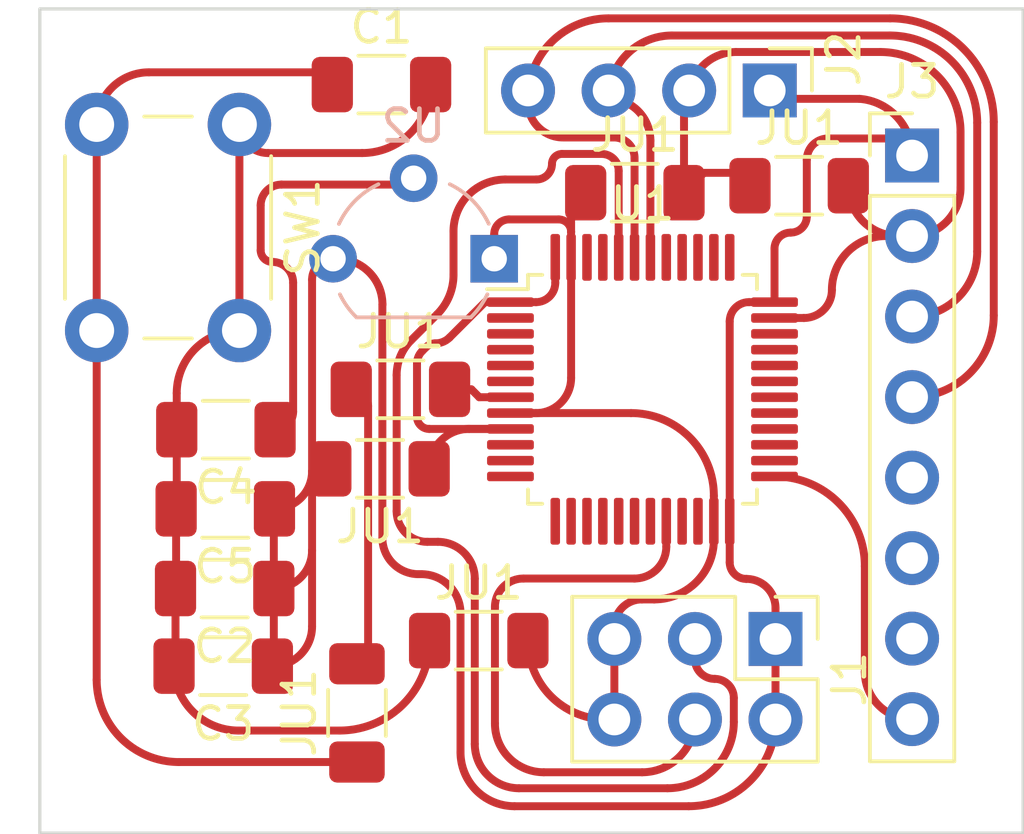
<source format=kicad_pcb>
(kicad_pcb (version 20211014) (generator pcbnew)
  (layers (0 "F.Cu" signal) (31 "B.Cu" signal) (34 "B.Paste" user) (35 "F.Paste" user) (36 "B.SilkS" user "B.Silkscreen") (37 "F.SilkS" user "F.Silkscreen") (38 "B.Mask" user) (39 "F.Mask" user) (44 "Edge.Cuts" user))
  (net 0 "")
  (net 1 "Net-(U1-Pad7)")
  (net 2 "GND")
  (net 3 "VCC")
  (net 4 "/USB_5v")
  (net 5 "/BOOT0")
  (net 6 "/BOOT1")
  (net 7 "/SCL")
  (net 8 "/SDA")
  (net 9 "/INT")
  (footprint "Resistor_SMD:R_1206_3216Metric_Pad1.30x1.75mm_HandSolder" (layer "F.Cu") (at 160.866504 65.273269 180)
    (fp_text reference "C4" (at 0 -1.82) (layer "F.SilkS"))
    (fp_text value "1uF")
    (fp_line (start -0.727064 -0.91) (end 0.727064 -0.91) (layer "F.SilkS") (width 0.12))
    (fp_line (start -0.727064 0.91) (end 0.727064 0.91) (layer "F.SilkS") (width 0.12))
    (pad "1" smd roundrect (at -1.55 0 180) (size 1.3 1.75) (layers "F.Cu" "F.Paste" "F.Mask") (roundrect_rratio 0.1923076923) (net 4 "/USB_5v"))
    (pad "2" smd roundrect (at 1.55 0 180) (size 1.3 1.75) (layers "F.Cu" "F.Paste" "F.Mask") (roundrect_rratio 0.1923076923) (net 2 "GND"))
  )
  (footprint "Connector_PinHeader_2.54mm:PinHeader_1x08_P2.54mm_Vertical" (layer "F.Cu") (at 182.5 56.625)
    (fp_text reference "J3" (at 0 -2.33) (layer "F.SilkS"))
    (fp_text value "Conn_01x08" hide)
    (fp_line (start -1.33 0) (end -1.33 -1.33) (layer "F.SilkS") (width 0.12))
    (fp_line (start -1.33 1.27) (end 1.33 1.27) (layer "F.SilkS") (width 0.12))
    (fp_line (start -1.33 -1.33) (end 0 -1.33) (layer "F.SilkS") (width 0.12))
    (fp_line (start -1.33 19.11) (end 1.33 19.11) (layer "F.SilkS") (width 0.12))
    (fp_line (start -1.33 1.27) (end -1.33 19.11) (layer "F.SilkS") (width 0.12))
    (fp_line (start 1.33 1.27) (end 1.33 19.11) (layer "F.SilkS") (width 0.12))
    (pad "1" thru_hole rect (at 0 0) (size 1.7 1.7) (drill 1) (layers *.Cu *.Mask) (net 3 "VCC"))
    (pad "2" thru_hole oval (at 0 2.54) (size 1.7 1.7) (drill 1) (layers *.Cu *.Mask) (net 2 "GND"))
    (pad "3" thru_hole oval (at 0 5.08) (size 1.7 1.7) (drill 1) (layers *.Cu *.Mask) (net 7 "/SCL"))
    (pad "4" thru_hole oval (at 0 7.62) (size 1.7 1.7) (drill 1) (layers *.Cu *.Mask) (net 8 "/SDA"))
    (pad "5" thru_hole oval (at 0 10.16) (size 1.7 1.7) (drill 1) (layers *.Cu *.Mask))
    (pad "6" thru_hole oval (at 0 12.7) (size 1.7 1.7) (drill 1) (layers *.Cu *.Mask))
    (pad "7" thru_hole oval (at 0 15.24) (size 1.7 1.7) (drill 1) (layers *.Cu *.Mask))
    (pad "8" thru_hole oval (at 0 17.78) (size 1.7 1.7) (drill 1) (layers *.Cu *.Mask) (net 9 "/INT"))
  )
  (footprint "Resistor_SMD:R_1206_3216Metric_Pad1.30x1.75mm_HandSolder" (layer "F.Cu") (at 173.759522 57.797612)
    (fp_text reference "JU1" (at 0 -1.82) (layer "F.SilkS"))
    (fp_text value "1uF" hide)
    (fp_line (start -0.727064 0.91) (end 0.727064 0.91) (layer "F.SilkS") (width 0.12))
    (fp_line (start -0.727064 -0.91) (end 0.727064 -0.91) (layer "F.SilkS") (width 0.12))
    (pad "1" smd roundrect (at -1.55 0) (size 1.3 1.75) (layers "F.Cu" "F.Paste" "F.Mask") (roundrect_rratio 0.1923076923) (net 2 "GND"))
    (pad "2" smd roundrect (at 1.55 0) (size 1.3 1.75) (layers "F.Cu" "F.Paste" "F.Mask") (roundrect_rratio 0.1923076923) (net 2 "GND"))
  )
  (footprint "Connector_PinHeader_2.54mm:PinHeader_1x04_P2.54mm_Vertical" (layer "F.Cu") (at 178.011938 54.572923 -90)
    (fp_text reference "J2" (at -1 -2.33 90) (layer "F.SilkS"))
    (fp_text value "Conn_01x04" hide)
    (fp_line (start -1.33 1.27) (end 1.33 1.27) (layer "F.SilkS") (width 0.12))
    (fp_line (start -1.33 8.95) (end 1.33 8.95) (layer "F.SilkS") (width 0.12))
    (fp_line (start -1.33 0) (end -1.33 -1.33) (layer "F.SilkS") (width 0.12))
    (fp_line (start 1.33 1.27) (end 1.33 8.95) (layer "F.SilkS") (width 0.12))
    (fp_line (start -1.33 -1.33) (end 0 -1.33) (layer "F.SilkS") (width 0.12))
    (fp_line (start -1.33 1.27) (end -1.33 8.95) (layer "F.SilkS") (width 0.12))
    (pad "1" thru_hole rect (at 0 0 270) (size 1.7 1.7) (drill 1) (layers *.Cu *.Mask) (net 3 "VCC"))
    (pad "2" thru_hole oval (at 0 2.54 270) (size 1.7 1.7) (drill 1) (layers *.Cu *.Mask) (net 2 "GND"))
    (pad "3" thru_hole oval (at 0 5.08 270) (size 1.7 1.7) (drill 1) (layers *.Cu *.Mask) (net 7 "/SCL"))
    (pad "4" thru_hole oval (at 0 7.62 270) (size 1.7 1.7) (drill 1) (layers *.Cu *.Mask) (net 8 "/SDA"))
  )
  (footprint "Resistor_SMD:R_1206_3216Metric_Pad1.30x1.75mm_HandSolder" (layer "F.Cu") (at 166.368417 64)
    (fp_text reference "JU1" (at 0 -1.82) (layer "F.SilkS"))
    (fp_text value "1uF" hide)
    (fp_line (start -0.727064 -0.91) (end 0.727064 -0.91) (layer "F.SilkS") (width 0.12))
    (fp_line (start -0.727064 0.91) (end 0.727064 0.91) (layer "F.SilkS") (width 0.12))
    (pad "1" smd roundrect (at -1.55 0) (size 1.3 1.75) (layers "F.Cu" "F.Paste" "F.Mask") (roundrect_rratio 0.1923076923) (net 1 "Net-(U1-Pad7)"))
    (pad "2" smd roundrect (at 1.55 0) (size 1.3 1.75) (layers "F.Cu" "F.Paste" "F.Mask") (roundrect_rratio 0.1923076923) (net 1 "Net-(U1-Pad7)"))
  )
  (footprint "Resistor_SMD:R_1206_3216Metric_Pad1.30x1.75mm_HandSolder" (layer "F.Cu") (at 160.82728 70.284872 180)
    (fp_text reference "C2" (at 0 -1.82) (layer "F.SilkS"))
    (fp_text value "1uF")
    (fp_line (start -0.727064 -0.91) (end 0.727064 -0.91) (layer "F.SilkS") (width 0.12))
    (fp_line (start -0.727064 0.91) (end 0.727064 0.91) (layer "F.SilkS") (width 0.12))
    (pad "1" smd roundrect (at -1.55 0 180) (size 1.3 1.75) (layers "F.Cu" "F.Paste" "F.Mask") (roundrect_rratio 0.1923076923) (net 3 "VCC"))
    (pad "2" smd roundrect (at 1.55 0 180) (size 1.3 1.75) (layers "F.Cu" "F.Paste" "F.Mask") (roundrect_rratio 0.1923076923) (net 2 "GND"))
  )
  (footprint "Resistor_SMD:R_1206_3216Metric_Pad1.30x1.75mm_HandSolder" (layer "F.Cu") (at 168.838027 71.927128)
    (fp_text reference "JU1" (at 0 -1.82) (layer "F.SilkS"))
    (fp_text value "1uF" hide)
    (fp_line (start -0.727064 0.91) (end 0.727064 0.91) (layer "F.SilkS") (width 0.12))
    (fp_line (start -0.727064 -0.91) (end 0.727064 -0.91) (layer "F.SilkS") (width 0.12))
    (pad "1" smd roundrect (at -1.55 0) (size 1.3 1.75) (layers "F.Cu" "F.Paste" "F.Mask") (roundrect_rratio 0.1923076923) (net 2 "GND"))
    (pad "2" smd roundrect (at 1.55 0) (size 1.3 1.75) (layers "F.Cu" "F.Paste" "F.Mask") (roundrect_rratio 0.1923076923) (net 2 "GND"))
  )
  (footprint "Resistor_SMD:R_1206_3216Metric_Pad1.30x1.75mm_HandSolder" (layer "F.Cu") (at 164.998232 74.208103 90)
    (fp_text reference "JU1" (at 0 -1.82 90) (layer "F.SilkS"))
    (fp_text value "1uF" hide)
    (fp_line (start -0.727064 0.91) (end 0.727064 0.91) (layer "F.SilkS") (width 0.12))
    (fp_line (start -0.727064 -0.91) (end 0.727064 -0.91) (layer "F.SilkS") (width 0.12))
    (pad "1" smd roundrect (at -1.55 0 90) (size 1.3 1.75) (layers "F.Cu" "F.Paste" "F.Mask") (roundrect_rratio 0.1923076923) (net 1 "Net-(U1-Pad7)"))
    (pad "2" smd roundrect (at 1.55 0 90) (size 1.3 1.75) (layers "F.Cu" "F.Paste" "F.Mask") (roundrect_rratio 0.1923076923) (net 1 "Net-(U1-Pad7)"))
  )
  (footprint "Package_QFP:LQFP-48_7x7mm_P0.5mm" (layer "F.Cu") (at 174 64)
    (fp_text reference "U1" (at 0 -5.85) (layer "F.SilkS"))
    (fp_text value "STM32F103C8Tx")
    (fp_line (start 3.16 3.61) (end 3.61 3.61) (layer "F.SilkS") (width 0.12))
    (fp_line (start 3.16 -3.61) (end 3.61 -3.61) (layer "F.SilkS") (width 0.12))
    (fp_line (start 3.61 3.61) (end 3.61 3.16) (layer "F.SilkS") (width 0.12))
    (fp_line (start -3.16 -3.61) (end -3.61 -3.61) (layer "F.SilkS") (width 0.12))
    (fp_line (start -3.61 -3.16) (end -4.9 -3.16) (layer "F.SilkS") (width 0.12))
    (fp_line (start 3.61 -3.61) (end 3.61 -3.16) (layer "F.SilkS") (width 0.12))
    (fp_line (start -3.16 3.61) (end -3.61 3.61) (layer "F.SilkS") (width 0.12))
    (fp_line (start -3.61 3.61) (end -3.61 3.16) (layer "F.SilkS") (width 0.12))
    (fp_line (start -3.61 -3.61) (end -3.61 -3.16) (layer "F.SilkS") (width 0.12))
    (pad "1" smd roundrect (at -4.1625 -2.75) (size 1.475 0.3) (layers "F.Cu" "F.Paste" "F.Mask") (net 3 "VCC"))
    (pad "2" smd roundrect (at -4.1625 -2.25) (size 1.475 0.3) (layers "F.Cu" "F.Paste" "F.Mask"))
    (pad "3" smd roundrect (at -4.1625 -1.75) (size 1.475 0.3) (layers "F.Cu" "F.Paste" "F.Mask"))
    (pad "4" smd roundrect (at -4.1625 -1.25) (size 1.475 0.3) (layers "F.Cu" "F.Paste" "F.Mask"))
    (pad "5" smd roundrect (at -4.1625 -0.75) (size 1.475 0.3) (layers "F.Cu" "F.Paste" "F.Mask"))
    (pad "6" smd roundrect (at -4.1625 -0.25) (size 1.475 0.3) (layers "F.Cu" "F.Paste" "F.Mask"))
    (pad "7" smd roundrect (at -4.1625 0.25) (size 1.475 0.3) (layers "F.Cu" "F.Paste" "F.Mask") (net 1 "Net-(U1-Pad7)"))
    (pad "8" smd roundrect (at -4.1625 0.75) (size 1.475 0.3) (layers "F.Cu" "F.Paste" "F.Mask") (net 2 "GND"))
    (pad "9" smd roundrect (at -4.1625 1.25) (size 1.475 0.3) (layers "F.Cu" "F.Paste" "F.Mask") (net 3 "VCC"))
    (pad "10" smd roundrect (at -4.1625 1.75) (size 1.475 0.3) (layers "F.Cu" "F.Paste" "F.Mask"))
    (pad "11" smd roundrect (at -4.1625 2.25) (size 1.475 0.3) (layers "F.Cu" "F.Paste" "F.Mask"))
    (pad "12" smd roundrect (at -4.1625 2.75) (size 1.475 0.3) (layers "F.Cu" "F.Paste" "F.Mask"))
    (pad "13" smd roundrect (at -2.75 4.1625) (size 0.3 1.475) (layers "F.Cu" "F.Paste" "F.Mask"))
    (pad "14" smd roundrect (at -2.25 4.1625) (size 0.3 1.475) (layers "F.Cu" "F.Paste" "F.Mask"))
    (pad "15" smd roundrect (at -1.75 4.1625) (size 0.3 1.475) (layers "F.Cu" "F.Paste" "F.Mask"))
    (pad "16" smd roundrect (at -1.25 4.1625) (size 0.3 1.475) (layers "F.Cu" "F.Paste" "F.Mask"))
    (pad "17" smd roundrect (at -0.75 4.1625) (size 0.3 1.475) (layers "F.Cu" "F.Paste" "F.Mask"))
    (pad "18" smd roundrect (at -0.25 4.1625) (size 0.3 1.475) (layers "F.Cu" "F.Paste" "F.Mask"))
    (pad "19" smd roundrect (at 0.25 4.1625) (size 0.3 1.475) (layers "F.Cu" "F.Paste" "F.Mask"))
    (pad "20" smd roundrect (at 0.75 4.1625) (size 0.3 1.475) (layers "F.Cu" "F.Paste" "F.Mask") (net 6 "/BOOT1"))
    (pad "21" smd roundrect (at 1.25 4.1625) (size 0.3 1.475) (layers "F.Cu" "F.Paste" "F.Mask"))
    (pad "22" smd roundrect (at 1.75 4.1625) (size 0.3 1.475) (layers "F.Cu" "F.Paste" "F.Mask"))
    (pad "23" smd roundrect (at 2.25 4.1625) (size 0.3 1.475) (layers "F.Cu" "F.Paste" "F.Mask") (net 2 "GND"))
    (pad "24" smd roundrect (at 2.75 4.1625) (size 0.3 1.475) (layers "F.Cu" "F.Paste" "F.Mask") (net 3 "VCC"))
    (pad "25" smd roundrect (at 4.1625 2.75) (size 1.475 0.3) (layers "F.Cu" "F.Paste" "F.Mask") (net 9 "/INT"))
    (pad "26" smd roundrect (at 4.1625 2.25) (size 1.475 0.3) (layers "F.Cu" "F.Paste" "F.Mask"))
    (pad "27" smd roundrect (at 4.1625 1.75) (size 1.475 0.3) (layers "F.Cu" "F.Paste" "F.Mask"))
    (pad "28" smd roundrect (at 4.1625 1.25) (size 1.475 0.3) (layers "F.Cu" "F.Paste" "F.Mask"))
    (pad "29" smd roundrect (at 4.1625 0.75) (size 1.475 0.3) (layers "F.Cu" "F.Paste" "F.Mask"))
    (pad "30" smd roundrect (at 4.1625 0.25) (size 1.475 0.3) (layers "F.Cu" "F.Paste" "F.Mask"))
    (pad "31" smd roundrect (at 4.1625 -0.25) (size 1.475 0.3) (layers "F.Cu" "F.Paste" "F.Mask"))
    (pad "32" smd roundrect (at 4.1625 -0.75) (size 1.475 0.3) (layers "F.Cu" "F.Paste" "F.Mask"))
    (pad "33" smd roundrect (at 4.1625 -1.25) (size 1.475 0.3) (layers "F.Cu" "F.Paste" "F.Mask"))
    (pad "34" smd roundrect (at 4.1625 -1.75) (size 1.475 0.3) (layers "F.Cu" "F.Paste" "F.Mask"))
    (pad "35" smd roundrect (at 4.1625 -2.25) (size 1.475 0.3) (layers "F.Cu" "F.Paste" "F.Mask") (net 2 "GND"))
    (pad "36" smd roundrect (at 4.1625 -2.75) (size 1.475 0.3) (layers "F.Cu" "F.Paste" "F.Mask") (net 3 "VCC"))
    (pad "37" smd roundrect (at 2.75 -4.1625) (size 0.3 1.475) (layers "F.Cu" "F.Paste" "F.Mask"))
    (pad "38" smd roundrect (at 2.25 -4.1625) (size 0.3 1.475) (layers "F.Cu" "F.Paste" "F.Mask"))
    (pad "39" smd roundrect (at 1.75 -4.1625) (size 0.3 1.475) (layers "F.Cu" "F.Paste" "F.Mask"))
    (pad "40" smd roundrect (at 1.25 -4.1625) (size 0.3 1.475) (layers "F.Cu" "F.Paste" "F.Mask"))
    (pad "41" smd roundrect (at 0.75 -4.1625) (size 0.3 1.475) (layers "F.Cu" "F.Paste" "F.Mask"))
    (pad "42" smd roundrect (at 0.25 -4.1625) (size 0.3 1.475) (layers "F.Cu" "F.Paste" "F.Mask") (net 7 "/SCL"))
    (pad "43" smd roundrect (at -0.25 -4.1625) (size 0.3 1.475) (layers "F.Cu" "F.Paste" "F.Mask") (net 8 "/SDA"))
    (pad "44" smd roundrect (at -0.75 -4.1625) (size 0.3 1.475) (layers "F.Cu" "F.Paste" "F.Mask") (net 5 "/BOOT0"))
    (pad "45" smd roundrect (at -1.25 -4.1625) (size 0.3 1.475) (layers "F.Cu" "F.Paste" "F.Mask"))
    (pad "46" smd roundrect (at -1.75 -4.1625) (size 0.3 1.475) (layers "F.Cu" "F.Paste" "F.Mask"))
    (pad "47" smd roundrect (at -2.25 -4.1625) (size 0.3 1.475) (layers "F.Cu" "F.Paste" "F.Mask") (net 2 "GND"))
    (pad "48" smd roundrect (at -2.75 -4.1625) (size 0.3 1.475) (layers "F.Cu" "F.Paste" "F.Mask") (net 3 "VCC"))
  )
  (footprint "Connector_PinHeader_2.54mm:PinHeader_2x03_P2.54mm_Vertical" (layer "F.Cu") (at 178.193548 71.875408 -90)
    (fp_text reference "J1" (at 1.27 -2.33 90) (layer "F.SilkS"))
    (fp_text value "2x3_Header")
    (fp_line (start -1.33 -1.33) (end 0 -1.33) (layer "F.SilkS") (width 0.12))
    (fp_line (start 1.27 -1.33) (end 3.87 -1.33) (layer "F.SilkS") (width 0.12))
    (fp_line (start 3.87 -1.33) (end 3.87 6.41) (layer "F.SilkS") (width 0.12))
    (fp_line (start 1.27 1.27) (end 1.27 -1.33) (layer "F.SilkS") (width 0.12))
    (fp_line (start -1.33 0) (end -1.33 -1.33) (layer "F.SilkS") (width 0.12))
    (fp_line (start -1.33 1.27) (end -1.33 6.41) (layer "F.SilkS") (width 0.12))
    (fp_line (start -1.33 1.27) (end 1.27 1.27) (layer "F.SilkS") (width 0.12))
    (fp_line (start -1.33 6.41) (end 3.87 6.41) (layer "F.SilkS") (width 0.12))
    (pad "1" thru_hole rect (at 0 0 270) (size 1.7 1.7) (drill 1) (layers *.Cu *.Mask) (net 3 "VCC"))
    (pad "2" thru_hole oval (at 2.54 0 270) (size 1.7 1.7) (drill 1) (layers *.Cu *.Mask) (net 3 "VCC"))
    (pad "3" thru_hole oval (at 0 2.54 270) (size 1.7 1.7) (drill 1) (layers *.Cu *.Mask) (net 5 "/BOOT0"))
    (pad "4" thru_hole oval (at 2.54 2.54 270) (size 1.7 1.7) (drill 1) (layers *.Cu *.Mask) (net 6 "/BOOT1"))
    (pad "5" thru_hole oval (at 0 5.08 270) (size 1.7 1.7) (drill 1) (layers *.Cu *.Mask) (net 2 "GND"))
    (pad "6" thru_hole oval (at 2.54 5.08 270) (size 1.7 1.7) (drill 1) (layers *.Cu *.Mask) (net 2 "GND"))
  )
  (footprint "Resistor_SMD:R_1206_3216Metric_Pad1.30x1.75mm_HandSolder" (layer "F.Cu") (at 160.781384 72.733371 180)
    (fp_text reference "C3" (at 0 -1.82) (layer "F.SilkS"))
    (fp_text value "0.1uF")
    (fp_line (start -0.727064 0.91) (end 0.727064 0.91) (layer "F.SilkS") (width 0.12))
    (fp_line (start -0.727064 -0.91) (end 0.727064 -0.91) (layer "F.SilkS") (width 0.12))
    (pad "1" smd roundrect (at -1.55 0 180) (size 1.3 1.75) (layers "F.Cu" "F.Paste" "F.Mask") (roundrect_rratio 0.1923076923) (net 3 "VCC"))
    (pad "2" smd roundrect (at 1.55 0 180) (size 1.3 1.75) (layers "F.Cu" "F.Paste" "F.Mask") (roundrect_rratio 0.1923076923) (net 2 "GND"))
  )
  (footprint "Button_Switch_THT:SW_PUSH_6mm_H4.3mm" (layer "F.Cu") (at 161.292766 55.646223 -90)
    (fp_text reference "SW1" (at 3.25 -2 90) (layer "F.SilkS"))
    (fp_text value "sw")
    (fp_line (start 5.5 -1) (end 1 -1) (layer "F.SilkS") (width 0.12))
    (fp_line (start 1 5.5) (end 5.5 5.5) (layer "F.SilkS") (width 0.12))
    (fp_line (start 6.75 3) (end 6.75 1.5) (layer "F.SilkS") (width 0.12))
    (fp_line (start -0.25 1.5) (end -0.25 3) (layer "F.SilkS") (width 0.12))
    (pad "1" thru_hole circle (at 6.5 0) (size 2 2) (drill 1.1) (layers *.Cu *.Mask) (net 2 "GND"))
    (pad "1" thru_hole circle (at 0 0) (size 2 2) (drill 1.1) (layers *.Cu *.Mask) (net 2 "GND"))
    (pad "2" thru_hole circle (at 0 4.5) (size 2 2) (drill 1.1) (layers *.Cu *.Mask) (net 1 "Net-(U1-Pad7)"))
    (pad "2" thru_hole circle (at 6.5 4.5) (size 2 2) (drill 1.1) (layers *.Cu *.Mask) (net 1 "Net-(U1-Pad7)"))
  )
  (footprint "Resistor_SMD:R_1206_3216Metric_Pad1.30x1.75mm_HandSolder" (layer "F.Cu") (at 165.72474 66.508114 180)
    (fp_text reference "JU1" (at 0 -1.82) (layer "F.SilkS"))
    (fp_text value "1uF" hide)
    (fp_line (start -0.727064 0.91) (end 0.727064 0.91) (layer "F.SilkS") (width 0.12))
    (fp_line (start -0.727064 -0.91) (end 0.727064 -0.91) (layer "F.SilkS") (width 0.12))
    (pad "1" smd roundrect (at -1.55 0 180) (size 1.3 1.75) (layers "F.Cu" "F.Paste" "F.Mask") (roundrect_rratio 0.1923076923) (net 3 "VCC"))
    (pad "2" smd roundrect (at 1.55 0 180) (size 1.3 1.75) (layers "F.Cu" "F.Paste" "F.Mask") (roundrect_rratio 0.1923076923) (net 3 "VCC"))
  )
  (footprint "Resistor_SMD:R_1206_3216Metric_Pad1.30x1.75mm_HandSolder" (layer "F.Cu") (at 160.846968 67.770789 180)
    (fp_text reference "C5" (at 0 -1.82) (layer "F.SilkS"))
    (fp_text value "1uF")
    (fp_line (start -0.727064 0.91) (end 0.727064 0.91) (layer "F.SilkS") (width 0.12))
    (fp_line (start -0.727064 -0.91) (end 0.727064 -0.91) (layer "F.SilkS") (width 0.12))
    (pad "1" smd roundrect (at -1.55 0 180) (size 1.3 1.75) (layers "F.Cu" "F.Paste" "F.Mask") (roundrect_rratio 0.1923076923) (net 3 "VCC"))
    (pad "2" smd roundrect (at 1.55 0 180) (size 1.3 1.75) (layers "F.Cu" "F.Paste" "F.Mask") (roundrect_rratio 0.1923076923) (net 2 "GND"))
  )
  (footprint "Resistor_SMD:R_1206_3216Metric_Pad1.30x1.75mm_HandSolder" (layer "F.Cu") (at 165.770789 54.387203)
    (fp_text reference "C1" (at 0 -1.82) (layer "F.SilkS"))
    (fp_text value "0.1uF")
    (fp_line (start -0.727064 0.91) (end 0.727064 0.91) (layer "F.SilkS") (width 0.12))
    (fp_line (start -0.727064 -0.91) (end 0.727064 -0.91) (layer "F.SilkS") (width 0.12))
    (pad "1" smd roundrect (at -1.55 0) (size 1.3 1.75) (layers "F.Cu" "F.Paste" "F.Mask") (roundrect_rratio 0.1923076923) (net 1 "Net-(U1-Pad7)"))
    (pad "2" smd roundrect (at 1.55 0) (size 1.3 1.75) (layers "F.Cu" "F.Paste" "F.Mask") (roundrect_rratio 0.1923076923) (net 2 "GND"))
  )
  (footprint "Resistor_SMD:R_1206_3216Metric_Pad1.30x1.75mm_HandSolder" (layer "F.Cu") (at 178.93899 57.577938)
    (fp_text reference "JU1" (at 0 -1.82) (layer "F.SilkS"))
    (fp_text value "1uF" hide)
    (fp_line (start -0.727064 0.91) (end 0.727064 0.91) (layer "F.SilkS") (width 0.12))
    (fp_line (start -0.727064 -0.91) (end 0.727064 -0.91) (layer "F.SilkS") (width 0.12))
    (pad "1" smd roundrect (at -1.55 0) (size 1.3 1.75) (layers "F.Cu" "F.Paste" "F.Mask") (roundrect_rratio 0.1923076923) (net 2 "GND"))
    (pad "2" smd roundrect (at 1.55 0) (size 1.3 1.75) (layers "F.Cu" "F.Paste" "F.Mask") (roundrect_rratio 0.1923076923) (net 2 "GND"))
  )
  (footprint "Package_TO_SOT_THT:TO-92_Wide" (layer "B.Cu") (at 169.325363 59.881297 180)
    (fp_text reference "U2" (at 2.55 4.19) (layer "B.SilkS") (effects (justify mirror)))
    (fp_text value "MCP1700-3302E_TO92")
    (fp_line (start 0.74 -1.85) (end 4.34 -1.85) (layer "B.SilkS") (width 0.12))
    (fp_arc (start 0.215816 -1.122795) (mid 0.446097 -1.509328) (end 0.74 -1.85) (layer "B.SilkS") (width 0.12))
    (fp_arc (start 4.895458 1.098371) (mid 4.38228 1.833196) (end 3.65 2.35) (layer "B.SilkS") (width 0.12))
    (fp_arc (start 1.4 2.35) (mid 0.678995 1.832692) (end 0.172801 1.103842) (layer "B.SilkS") (width 0.12))
    (fp_arc (start 4.34 -1.85) (mid 4.633903 -1.509328) (end 4.864184 -1.122795) (layer "B.SilkS") (width 0.12))
    (pad "1" thru_hole rect (at 0 0 180) (size 1.5 1.5) (drill 0.8) (layers *.Cu *.Mask) (net 2 "GND"))
    (pad "2" thru_hole circle (at 2.54 2.54 180) (size 1.5 1.5) (drill 0.8) (layers *.Cu *.Mask) (net 4 "/USB_5v"))
    (pad "3" thru_hole circle (at 5.08 0 180) (size 1.5 1.5) (drill 0.8) (layers *.Cu *.Mask) (net 3 "VCC"))
  )
  (gr_rect (start 155 52) (end 186 78) (layer "Edge.Cuts") (width 0.1) (fill none))
  (segment (start 165.34965 72.306685) (end 165.34965 64.531233) (width 0.25) (layer "F.Cu") (net 1))
  (segment (start 159.386373 75.758103) (end 164.998232 75.758103) (width 0.25) (layer "F.Cu") (net 1))
  (segment (start 158.438989 54) (end 164 54) (width 0.25) (layer "F.Cu") (net 1))
  (segment (start 167.918417 64) (end 168.604879 64) (width 0.25) (layer "F.Cu") (net 1))
  (segment (start 164.998232 72.658103) (end 165.34965 72.306685) (width 0.25) (layer "F.Cu") (net 1))
  (segment (start 156.792766 62.146223) (end 156.792766 55.646223) (width 0.25) (layer "F.Cu") (net 1))
  (segment (start 156.792766 62.146223) (end 156.792766 73.164496) (width 0.25) (layer "F.Cu") (net 1))
  (segment (start 168.604879 64) (end 168.854551 64.249672) (width 0.25) (layer "F.Cu") (net 1))
  (segment (start 168.861051 64.25) (end 169.8375 64.25) (width 0.25) (layer "F.Cu") (net 1))
  (arc (start 156.792766 73.164496) (mid 157.552416 74.998453) (end 159.386373 75.758103) (width 0.25) (layer "F.Cu") (net 1))
  (arc (start 165.34965 64.531233) (mid 165.194055 64.155595) (end 164.818417 64) (width 0.25) (layer "F.Cu") (net 1))
  (arc (start 156.792766 55.646223) (mid 157.274934 54.482168) (end 158.438989 54) (width 0.25) (layer "F.Cu") (net 1))
  (arc (start 168.854551 64.249672) (mid 168.858457 64.249465) (end 168.861051 64.25) (width 0.25) (layer "F.Cu") (net 1))
  (segment (start 169.790711 58.641544) (end 171.357229 58.641544) (width 0.25) (layer "F.Cu") (net 2))
  (segment (start 171.75 58.257134) (end 171.75 59.034315) (width 0.25) (layer "F.Cu") (net 2))
  (segment (start 181.502999 53.35988) (end 176.946107 53.35988) (width 0.25) (layer "F.Cu") (net 2))
  (segment (start 175.309522 57.797612) (end 175.936519 57.170615) (width 0.25) (layer "F.Cu") (net 2))
  (segment (start 175.509403 54.535458) (end 175.471938 54.572923) (width 0.25) (layer "F.Cu") (net 2))
  (segment (start 159.27728 70.284872) (end 159.27728 72.687475) (width 0.25) (layer "F.Cu") (net 2))
  (segment (start 161.292766 62.146223) (end 161.292766 55.646223) (width 0.25) (layer "F.Cu") (net 2))
  (segment (start 175.936519 57.170615) (end 177.03429 57.170615) (width 0.25) (layer "F.Cu") (net 2))
  (segment (start 159.316504 64.122485) (end 159.316504 65.273269) (width 0.25) (layer "F.Cu") (net 2))
  (segment (start 171.75 59.034315) (end 171.75 59.8375) (width 0.25) (layer "F.Cu") (net 2))
  (segment (start 178.1625 61.75) (end 179.087672 61.75) (width 0.25) (layer "F.Cu") (net 2))
  (segment (start 171.75 63.640685) (end 171.75 59.8375) (width 0.25) (layer "F.Cu") (net 2))
  (segment (start 181.672672 59.165) (end 182.5 59.165) (width 0.25) (layer "F.Cu") (net 2))
  (segment (start 182.076052 59.165) (end 182.5 59.165) (width 0.25) (layer "F.Cu") (net 2))
  (segment (start 169.8375 64.75) (end 170.640685 64.75) (width 0.25) (layer "F.Cu") (net 2))
  (segment (start 165.161453 56.546539) (end 162.193082 56.546539) (width 0.25) (layer "F.Cu") (net 2))
  (segment (start 184.027324 57.637676) (end 184.027324 55.884205) (width 0.25) (layer "F.Cu") (net 2))
  (segment (start 161.262497 74.764484) (end 164.450671 74.764484) (width 0.25) (layer "F.Cu") (net 2))
  (segment (start 173.113548 71.875408) (end 173.113548 71.493617) (width 0.25) (layer "F.Cu") (net 2))
  (segment (start 173.113548 71.875408) (end 173.113548 74.415408) (width 0.25) (layer "F.Cu") (net 2))
  (segment (start 172.209522 57.797612) (end 171.75 58.257134) (width 0.25) (layer "F.Cu") (net 2))
  (segment (start 176.25 68.1625) (end 176.25 67.359315) (width 0.25) (layer "F.Cu") (net 2))
  (segment (start 159.316504 65.273269) (end 159.316504 67.751253) (width 0.25) (layer "F.Cu") (net 2))
  (segment (start 173.640685 64.75) (end 169.8375 64.75) (width 0.25) (layer "F.Cu") (net 2))
  (segment (start 173.978754 70.628411) (end 174.370515 70.628411) (width 0.25) (layer "F.Cu") (net 2))
  (segment (start 175.509403 54.489873) (end 175.509403 54.535458) (width 0.25) (layer "F.Cu") (net 2))
  (segment (start 172.876307 74.415408) (end 173.113548 74.415408) (width 0.25) (layer "F.Cu") (net 2))
  (segment (start 175.309522 54.735339) (end 175.309522 57.797612) (width 0.25) (layer "F.Cu") (net 2))
  (segment (start 169.325363 59.881297) (end 169.325363 59.106892) (width 0.25) (layer "F.Cu") (net 2))
  (segment (start 176.25 68.1625) (end 176.25 68.748926) (width 0.25) (layer "F.Cu") (net 2))
  (segment (start 159.296968 67.770789) (end 159.296968 70.265184) (width 0.25) (layer "F.Cu") (net 2))
  (arc (start 179.087672 61.75) (mid 179.712737 61.491089) (end 179.971648 60.866024) (width 0.25) (layer "F.Cu") (net 2))
  (arc (start 164.450671 74.764484) (mid 166.456985 73.933442) (end 167.288027 71.927128) (width 0.25) (layer "F.Cu") (net 2))
  (arc (start 171.357229 58.641544) (mid 171.63496 58.756584) (end 171.75 59.034315) (width 0.25) (layer "F.Cu") (net 2))
  (arc (start 159.296968 70.265184) (mid 159.291202 70.279106) (end 159.27728 70.284872) (width 0.25) (layer "F.Cu") (net 2))
  (arc (start 159.316504 67.751253) (mid 159.310782 67.765067) (end 159.296968 67.770789) (width 0.25) (layer "F.Cu") (net 2))
  (arc (start 179.971648 60.866024) (mid 180.469866 59.663218) (end 181.672672 59.165) (width 0.25) (layer "F.Cu") (net 2))
  (arc (start 184.027324 55.884205) (mid 183.287966 54.099238) (end 181.502999 53.35988) (width 0.25) (layer "F.Cu") (net 2))
  (arc (start 170.640685 64.75) (mid 171.425089 64.425089) (end 171.75 63.640685) (width 0.25) (layer "F.Cu") (net 2))
  (arc (start 182.5 59.165) (mid 183.579981 58.717657) (end 184.027324 57.637676) (width 0.25) (layer "F.Cu") (net 2))
  (arc (start 170.388027 71.927128) (mid 171.116827 73.686608) (end 172.876307 74.415408) (width 0.25) (layer "F.Cu") (net 2))
  (arc (start 176.25 67.359315) (mid 175.485749 65.514251) (end 173.640685 64.75) (width 0.25) (layer "F.Cu") (net 2))
  (arc (start 169.325363 59.106892) (mid 169.46166 58.777841) (end 169.790711 58.641544) (width 0.25) (layer "F.Cu") (net 2))
  (arc (start 159.27728 72.687475) (mid 159.263837 72.719928) (end 159.231384 72.733371) (width 0.25) (layer "F.Cu") (net 2))
  (arc (start 176.946107 53.35988) (mid 176.032991 53.676516) (end 175.509403 54.489873) (width 0.25) (layer "F.Cu") (net 2))
  (arc (start 162.193082 56.546539) (mid 161.556462 56.282843) (end 161.292766 55.646223) (width 0.25) (layer "F.Cu") (net 2))
  (arc (start 177.03429 57.170615) (mid 177.287671 57.308699) (end 177.38899 57.577938) (width 0.25) (layer "F.Cu") (net 2))
  (arc (start 173.113548 71.493617) (mid 173.366961 70.881824) (end 173.978754 70.628411) (width 0.25) (layer "F.Cu") (net 2))
  (arc (start 167.320789 54.387203) (mid 166.688334 55.914084) (end 165.161453 56.546539) (width 0.25) (layer "F.Cu") (net 2))
  (arc (start 180.48899 57.577938) (mid 180.95383 58.70016) (end 182.076052 59.165) (width 0.25) (layer "F.Cu") (net 2))
  (arc (start 176.25 68.748926) (mid 175.699512 70.077923) (end 174.370515 70.628411) (width 0.25) (layer "F.Cu") (net 2))
  (arc (start 161.292766 62.146223) (mid 159.895338 62.725057) (end 159.316504 64.122485) (width 0.25) (layer "F.Cu") (net 2))
  (arc (start 159.231384 72.733371) (mid 159.826283 74.169585) (end 161.262497 74.764484) (width 0.25) (layer "F.Cu") (net 2))
  (arc (start 182.335 59) (mid 182.451673 59.048327) (end 182.5 59.165) (width 0.25) (layer "F.Cu") (net 2))
  (arc (start 175.471938 54.572923) (mid 175.357093 54.620494) (end 175.309522 54.735339) (width 0.25) (layer "F.Cu") (net 2))
  (segment (start 178.193548 71.875408) (end 178.193548 74.415408) (width 0.25) (layer "F.Cu") (net 3))
  (segment (start 179.18019 58.546539) (end 179.18019 56.761176) (width 0.25) (layer "F.Cu") (net 3))
  (segment (start 178.011938 54.572923) (end 178.275815 54.8368) (width 0.25) (layer "F.Cu") (net 3))
  (segment (start 163.583368 71.481387) (end 163.583368 69.078784) (width 0.25) (layer "F.Cu") (net 3))
  (segment (start 167.919399 62.364916) (end 169.034315 61.25) (width 0.25) (layer "F.Cu") (net 3))
  (segment (start 165.79965 61.321905) (end 165.801591 61.319964) (width 0.25) (layer "F.Cu") (net 3))
  (segment (start 176.75 68.1625) (end 176.75 69.457265) (width 0.25) (layer "F.Cu") (net 3))
  (segment (start 178.1625 61.25) (end 178.1625 59.564229) (width 0.25) (layer "F.Cu") (net 3))
  (segment (start 167.05491 62.793152) (end 167.174656 62.673398) (width 0.25) (layer "F.Cu") (net 3))
  (segment (start 164.362924 59.881297) (end 164.245363 59.881297) (width 0.25) (layer "F.Cu") (net 3))
  (segment (start 178.193548 70.900813) (end 178.193548 71.875408) (width 0.25) (layer "F.Cu") (net 3))
  (segment (start 165.79965 68.688352) (end 165.79965 61.321905) (width 0.25) (layer "F.Cu") (net 3))
  (segment (start 175.457554 77.151402) (end 169.96407 77.151402) (width 0.25) (layer "F.Cu") (net 3))
  (segment (start 178.1625 61.25) (end 177.359315 61.25) (width 0.25) (layer "F.Cu") (net 3))
  (segment (start 171.25 59.8375) (end 171.25 60.640685) (width 0.25) (layer "F.Cu") (net 3))
  (segment (start 163.583368 60.543292) (end 163.583368 66.584389) (width 0.25) (layer "F.Cu") (net 3))
  (segment (start 170.640685 61.25) (end 169.8375 61.25) (width 0.25) (layer "F.Cu") (net 3))
  (segment (start 166.891435 64.865949) (end 166.891435 63.187815) (width 0.25) (layer "F.Cu") (net 3))
  (segment (start 178.275815 54.8368) (end 180.837689 54.8368) (width 0.25) (layer "F.Cu") (net 3))
  (segment (start 168.532854 65.25) (end 169.8375 65.25) (width 0.25) (layer "F.Cu") (net 3))
  (segment (start 169.034315 61.25) (end 169.8375 61.25) (width 0.25) (layer "F.Cu") (net 3))
  (segment (start 176.75 61.859315) (end 176.75 68.1625) (width 0.25) (layer "F.Cu") (net 3))
  (segment (start 168.263027 75.450359) (end 168.263027 71.063955) (width 0.25) (layer "F.Cu") (net 3))
  (segment (start 162.37728 67.790477) (end 162.37728 70.284872) (width 0.25) (layer "F.Cu") (net 3))
  (segment (start 167.03113 69.832058) (end 166.943356 69.832058) (width 0.25) (layer "F.Cu") (net 3))
  (segment (start 169.8375 65.25) (end 167.275486 65.25) (width 0.25) (layer "F.Cu") (net 3))
  (segment (start 163.583368 69.078784) (end 163.583368 66.584389) (width 0.25) (layer "F.Cu") (net 3))
  (segment (start 179.854256 56.08711) (end 181.96211 56.08711) (width 0.25) (layer "F.Cu") (net 3))
  (segment (start 162.37728 72.687475) (end 162.37728 70.284872) (width 0.25) (layer "F.Cu") (net 3))
  (arc (start 162.37728 70.284872) (mid 163.230113 69.931617) (end 163.583368 69.078784) (width 0.25) (layer "F.Cu") (net 3))
  (arc (start 169.96407 77.151402) (mid 168.761251 76.653178) (end 168.263027 75.450359) (width 0.25) (layer "F.Cu") (net 3))
  (arc (start 176.75 69.457265) (mid 176.9034 69.827606) (end 177.273741 69.981006) (width 0.25) (layer "F.Cu") (net 3))
  (arc (start 163.583368 66.584389) (mid 163.235879 67.4233) (end 162.396968 67.770789) (width 0.25) (layer "F.Cu") (net 3))
  (arc (start 180.837689 54.8368) (mid 182.020036 55.405124) (end 182.5 56.625) (width 0.25) (layer "F.Cu") (net 3))
  (arc (start 162.396968 67.770789) (mid 162.383046 67.776555) (end 162.37728 67.790477) (width 0.25) (layer "F.Cu") (net 3))
  (arc (start 171.25 60.640685) (mid 171.071536 61.071536) (end 170.640685 61.25) (width 0.25) (layer "F.Cu") (net 3))
  (arc (start 178.670086 59.056643) (mid 179.030784 58.907237) (end 179.18019 58.546539) (width 0.25) (layer "F.Cu") (net 3))
  (arc (start 178.1625 59.564229) (mid 178.311168 59.205311) (end 178.670086 59.056643) (width 0.25) (layer "F.Cu") (net 3))
  (arc (start 166.943356 69.832058) (mid 166.134634 69.497074) (end 165.79965 68.688352) (width 0.25) (layer "F.Cu") (net 3))
  (arc (start 179.18019 56.761176) (mid 179.377619 56.284539) (end 179.854256 56.08711) (width 0.25) (layer "F.Cu") (net 3))
  (arc (start 166.891435 63.187815) (mid 166.933921 62.974225) (end 167.05491 62.793152) (width 0.25) (layer "F.Cu") (net 3))
  (arc (start 167.4747 62.549107) (mid 167.715384 62.501236) (end 167.919399 62.364916) (width 0.25) (layer "F.Cu") (net 3))
  (arc (start 165.801591 61.319964) (mid 165.380215 60.302673) (end 164.362924 59.881297) (width 0.25) (layer "F.Cu") (net 3))
  (arc (start 164.245363 59.881297) (mid 163.777262 60.075191) (end 163.583368 60.543292) (width 0.25) (layer "F.Cu") (net 3))
  (arc (start 162.331384 72.733371) (mid 163.21667 72.366673) (end 163.583368 71.481387) (width 0.25) (layer "F.Cu") (net 3))
  (arc (start 181.96211 56.08711) (mid 182.342456 56.244654) (end 182.5 56.625) (width 0.25) (layer "F.Cu") (net 3))
  (arc (start 167.27474 66.508114) (mid 167.643233 65.618493) (end 168.532854 65.25) (width 0.25) (layer "F.Cu") (net 3))
  (arc (start 177.273741 69.981006) (mid 177.924143 70.250411) (end 178.193548 70.900813) (width 0.25) (layer "F.Cu") (net 3))
  (arc (start 168.263027 71.063955) (mid 167.902213 70.192872) (end 167.03113 69.832058) (width 0.25) (layer "F.Cu") (net 3))
  (arc (start 167.174656 62.673398) (mid 167.312316 62.581411) (end 167.4747 62.549107) (width 0.25) (layer "F.Cu") (net 3))
  (arc (start 178.193548 74.415408) (mid 177.392194 76.350048) (end 175.457554 77.151402) (width 0.25) (layer "F.Cu") (net 3))
  (arc (start 167.275486 65.25) (mid 167.003921 65.137514) (end 166.891435 64.865949) (width 0.25) (layer "F.Cu") (net 3))
  (arc (start 162.331384 72.733371) (mid 162.363837 72.719928) (end 162.37728 72.687475) (width 0.25) (layer "F.Cu") (net 3))
  (arc (start 177.359315 61.25) (mid 176.928464 61.428464) (end 176.75 61.859315) (width 0.25) (layer "F.Cu") (net 3))
  (segment (start 162.986211 64.703562) (end 162.986211 60.637604) (width 0.25) (layer "F.Cu") (net 4))
  (segment (start 162.618936 57.542002) (end 166.584658 57.542002) (width 0.25) (layer "F.Cu") (net 4))
  (segment (start 161.963088 59.614481) (end 161.963088 58.19785) (width 0.25) (layer "F.Cu") (net 4))
  (arc (start 166.584658 57.542002) (mid 166.726578 57.483217) (end 166.785363 57.341297) (width 0.25) (layer "F.Cu") (net 4))
  (arc (start 161.963088 58.19785) (mid 162.155181 57.734095) (end 162.618936 57.542002) (width 0.25) (layer "F.Cu") (net 4))
  (arc (start 162.330363 59.981756) (mid 162.07066 59.874184) (end 161.963088 59.614481) (width 0.25) (layer "F.Cu") (net 4))
  (arc (start 162.416504 65.273269) (mid 162.819348 65.106406) (end 162.986211 64.703562) (width 0.25) (layer "F.Cu") (net 4))
  (arc (start 162.986211 60.637604) (mid 162.794118 60.173849) (end 162.330363 59.981756) (width 0.25) (layer "F.Cu") (net 4))
  (segment (start 167.550798 68.81185) (end 167.216626 68.81185) (width 0.25) (layer "F.Cu") (net 5))
  (segment (start 171.461248 56.575358) (end 172.713208 56.575358) (width 0.25) (layer "F.Cu") (net 5))
  (segment (start 176.87981 73.737945) (end 176.87981 74.492059) (width 0.25) (layer "F.Cu") (net 5))
  (segment (start 168.713027 75.189572) (end 168.713027 69.974079) (width 0.25) (layer "F.Cu") (net 5))
  (segment (start 175.653548 71.875408) (end 175.653548 72.511683) (width 0.25) (layer "F.Cu") (net 5))
  (segment (start 173.25 57.11215) (end 173.25 59.8375) (width 0.25) (layer "F.Cu") (net 5))
  (segment (start 168.042369 60.385732) (end 168.042369 59.014291) (width 0.25) (layer "F.Cu") (net 5))
  (segment (start 169.674957 57.381703) (end 170.654903 57.381703) (width 0.25) (layer "F.Cu") (net 5))
  (segment (start 174.787303 76.584566) (end 170.108021 76.584566) (width 0.25) (layer "F.Cu") (net 5))
  (segment (start 166.24965 67.844874) (end 166.24965 63.551654) (width 0.25) (layer "F.Cu") (net 5))
  (segment (start 166.704089 62.454541) (end 167.525807 61.632823) (width 0.25) (layer "F.Cu") (net 5))
  (arc (start 167.525807 61.632823) (mid 167.908119 61.060652) (end 168.042369 60.385732) (width 0.25) (layer "F.Cu") (net 5))
  (arc (start 175.653548 72.511683) (mid 175.836069 72.952327) (end 176.276713 73.134848) (width 0.25) (layer "F.Cu") (net 5))
  (arc (start 170.654903 57.381703) (mid 171.002464 57.237739) (end 171.146428 56.890178) (width 0.25) (layer "F.Cu") (net 5))
  (arc (start 172.713208 56.575358) (mid 173.092777 56.732581) (end 173.25 57.11215) (width 0.25) (layer "F.Cu") (net 5))
  (arc (start 168.042369 59.014291) (mid 168.520543 57.859877) (end 169.674957 57.381703) (width 0.25) (layer "F.Cu") (net 5))
  (arc (start 176.276713 73.134848) (mid 176.703167 73.311491) (end 176.87981 73.737945) (width 0.25) (layer "F.Cu") (net 5))
  (arc (start 166.24965 63.551654) (mid 166.367755 62.957901) (end 166.704089 62.454541) (width 0.25) (layer "F.Cu") (net 5))
  (arc (start 176.87981 74.492059) (mid 176.266929 75.971685) (end 174.787303 76.584566) (width 0.25) (layer "F.Cu") (net 5))
  (arc (start 170.108021 76.584566) (mid 169.121611 76.175982) (end 168.713027 75.189572) (width 0.25) (layer "F.Cu") (net 5))
  (arc (start 171.146428 56.890178) (mid 171.238637 56.667567) (end 171.461248 56.575358) (width 0.25) (layer "F.Cu") (net 5))
  (arc (start 167.216626 68.81185) (mid 166.532871 68.528629) (end 166.24965 67.844874) (width 0.25) (layer "F.Cu") (net 5))
  (arc (start 168.713027 69.974079) (mid 168.372618 69.152259) (end 167.550798 68.81185) (width 0.25) (layer "F.Cu") (net 5))
  (segment (start 170.886929 76.080413) (end 173.988543 76.080413) (width 0.25) (layer "F.Cu") (net 6))
  (segment (start 173.746661 69.969024) (end 170.24724 69.969024) (width 0.25) (layer "F.Cu") (net 6))
  (segment (start 169.348131 70.868133) (end 169.348131 74.541615) (width 0.25) (layer "F.Cu") (net 6))
  (segment (start 175.653548 74.415408) (end 175.439112 74.415397) (width 0.25) (layer "F.Cu") (net 6))
  (segment (start 174.75 68.1625) (end 174.75 68.965685) (width 0.25) (layer "F.Cu") (net 6))
  (arc (start 169.348131 74.541615) (mid 169.798834 75.62971) (end 170.886929 76.080413) (width 0.25) (layer "F.Cu") (net 6))
  (arc (start 170.24724 69.969024) (mid 169.611474 70.232367) (end 169.348131 70.868133) (width 0.25) (layer "F.Cu") (net 6))
  (arc (start 174.75 68.965685) (mid 174.456129 69.675153) (end 173.746661 69.969024) (width 0.25) (layer "F.Cu") (net 6))
  (arc (start 173.988543 76.080413) (mid 175.165879 75.592744) (end 175.653548 74.415408) (width 0.25) (layer "F.Cu") (net 6))
  (segment (start 181.801636 52.839173) (end 174.926814 52.839173) (width 0.25) (layer "F.Cu") (net 7))
  (segment (start 174.25 56.153601) (end 174.25 59.8375) (width 0.25) (layer "F.Cu") (net 7))
  (segment (start 184.552565 59.652435) (end 184.552565 55.590102) (width 0.25) (layer "F.Cu") (net 7))
  (segment (start 173.235926 54.876911) (end 173.273282 54.876911) (width 0.25) (layer "F.Cu") (net 7))
  (segment (start 172.97401 54.530851) (end 172.931938 54.572923) (width 0.25) (layer "F.Cu") (net 7))
  (segment (start 172.97401 54.409989) (end 172.97401 54.530851) (width 0.25) (layer "F.Cu") (net 7))
  (segment (start 172.931938 54.572923) (end 173.235926 54.876911) (width 0.25) (layer "F.Cu") (net 7))
  (arc (start 182.5 61.705) (mid 183.951383 61.103818) (end 184.552565 59.652435) (width 0.25) (layer "F.Cu") (net 7))
  (arc (start 174.926814 52.839173) (mid 173.674614 53.280915) (end 172.97401 54.409989) (width 0.25) (layer "F.Cu") (net 7))
  (arc (start 173.273282 54.876911) (mid 173.977473 55.350764) (end 174.25 56.153601) (width 0.25) (layer "F.Cu") (net 7))
  (arc (start 184.552565 55.590102) (mid 183.746837 53.644901) (end 181.801636 52.839173) (width 0.25) (layer "F.Cu") (net 7))
  (arc (start 182.5 61.705) (mid 182.413597 61.913597) (end 182.205 62) (width 0.25) (layer "F.Cu") (net 7))
  (segment (start 170.391938 54.572923) (end 170.391193 54.573668) (width 0.25) (layer "F.Cu") (net 8))
  (segment (start 170.430266 54.534595) (end 170.430266 54.376989) (width 0.25) (layer "F.Cu") (net 8))
  (segment (start 171.497855 56.055538) (end 173.100444 56.055538) (width 0.25) (layer "F.Cu") (net 8))
  (segment (start 173.75 56.705094) (end 173.75 59.8375) (width 0.25) (layer "F.Cu") (net 8))
  (segment (start 185.074671 55.564323) (end 185.074671 61.670329) (width 0.25) (layer "F.Cu") (net 8))
  (segment (start 172.928444 52.297543) (end 181.807891 52.297543) (width 0.25) (layer "F.Cu") (net 8))
  (segment (start 170.391938 54.572923) (end 170.391938 54.949621) (width 0.25) (layer "F.Cu") (net 8))
  (segment (start 170.391938 54.572923) (end 170.430266 54.534595) (width 0.25) (layer "F.Cu") (net 8))
  (arc (start 185.074671 61.670329) (mid 184.320567 63.490896) (end 182.5 64.245) (width 0.25) (layer "F.Cu") (net 8))
  (arc (start 181.807891 52.297543) (mid 184.117853 53.254361) (end 185.074671 55.564323) (width 0.25) (layer "F.Cu") (net 8))
  (arc (start 170.430266 54.376989) (mid 171.304037 52.885668) (end 172.928444 52.297543) (width 0.25) (layer "F.Cu") (net 8))
  (arc (start 173.100444 56.055538) (mid 173.559749 56.245789) (end 173.75 56.705094) (width 0.25) (layer "F.Cu") (net 8))
  (arc (start 170.391938 54.949621) (mid 170.715854 55.731622) (end 171.497855 56.055538) (width 0.25) (layer "F.Cu") (net 8))
  (segment (start 178.180255 66.75) (end 178.1625 66.75) (width 0.25) (layer "F.Cu") (net 9))
  (segment (start 181.009923 72.914923) (end 181.009923 69.579668) (width 0.25) (layer "F.Cu") (net 9))
  (arc (start 181.009923 69.579668) (mid 180.181132 67.578791) (end 178.180255 66.75) (width 0.25) (layer "F.Cu") (net 9))
  (arc (start 182.5 74.405) (mid 181.446356 73.968567) (end 181.009923 72.914923) (width 0.25) (layer "F.Cu") (net 9))
)
</source>
